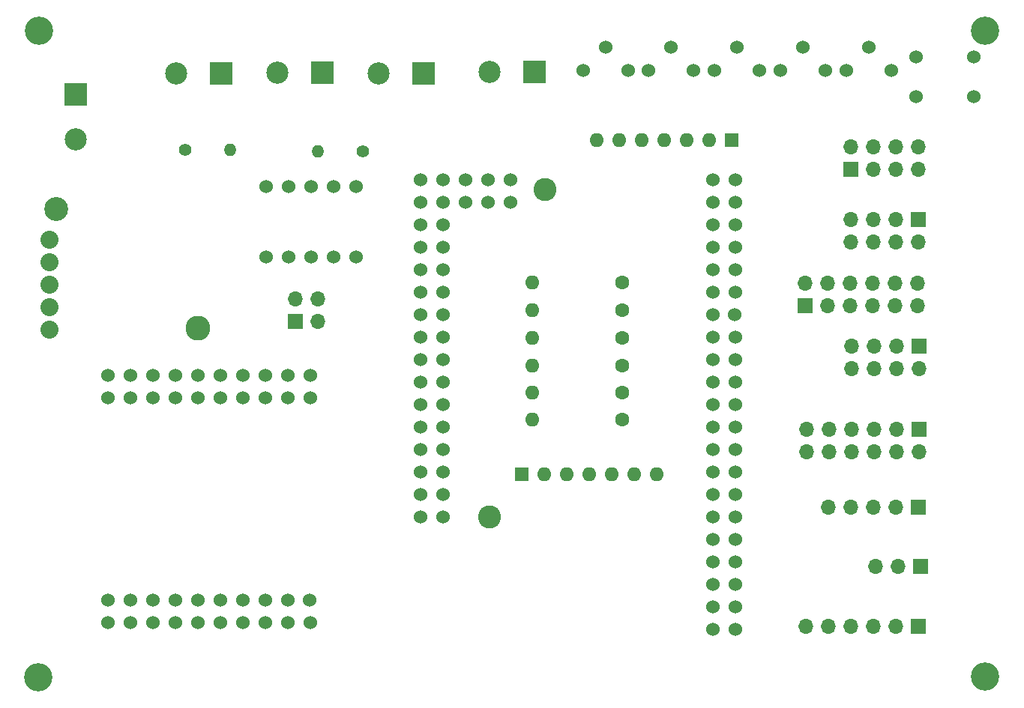
<source format=gbr>
%TF.GenerationSoftware,KiCad,Pcbnew,(6.0.0-0)*%
%TF.CreationDate,2022-03-14T14:24:00-04:00*%
%TF.ProjectId,BODY LED CONTROLLER,424f4459-204c-4454-9420-434f4e54524f,1.0*%
%TF.SameCoordinates,Original*%
%TF.FileFunction,Soldermask,Top*%
%TF.FilePolarity,Negative*%
%FSLAX46Y46*%
G04 Gerber Fmt 4.6, Leading zero omitted, Abs format (unit mm)*
G04 Created by KiCad (PCBNEW (6.0.0-0)) date 2022-03-14 14:24:00*
%MOMM*%
%LPD*%
G01*
G04 APERTURE LIST*
%ADD10R,2.500000X2.500000*%
%ADD11C,2.500000*%
%ADD12R,1.700000X1.700000*%
%ADD13O,1.700000X1.700000*%
%ADD14C,1.600000*%
%ADD15O,1.600000X1.600000*%
%ADD16C,2.039200*%
%ADD17C,2.703200*%
%ADD18C,2.803200*%
%ADD19C,1.524000*%
%ADD20C,3.200000*%
%ADD21R,1.600000X1.600000*%
%ADD22C,1.400000*%
%ADD23O,1.400000X1.400000*%
%ADD24C,2.600000*%
G04 APERTURE END LIST*
D10*
%TO.C,J1*%
X93790000Y-70645000D03*
D11*
X93790000Y-75725000D03*
%TD*%
D10*
%TO.C,J2*%
X110180000Y-68280000D03*
D11*
X105100000Y-68280000D03*
%TD*%
D10*
%TO.C,J3*%
X133045000Y-68280000D03*
D11*
X127965000Y-68280000D03*
%TD*%
D10*
%TO.C,J4*%
X121615000Y-68254000D03*
D11*
X116535000Y-68254000D03*
%TD*%
D12*
%TO.C,J7*%
X188976000Y-117334000D03*
D13*
X186436000Y-117334000D03*
X183896000Y-117334000D03*
X181356000Y-117334000D03*
X178816000Y-117334000D03*
%TD*%
D12*
%TO.C,J8*%
X188976000Y-130810000D03*
D13*
X186436000Y-130810000D03*
X183896000Y-130810000D03*
X181356000Y-130810000D03*
X178816000Y-130810000D03*
X176276000Y-130810000D03*
%TD*%
D14*
%TO.C,R2*%
X155520000Y-104422000D03*
D15*
X145360000Y-104422000D03*
%TD*%
D14*
%TO.C,R3*%
X155520000Y-101344000D03*
D15*
X145360000Y-101344000D03*
%TD*%
D14*
%TO.C,R4*%
X155520000Y-98216000D03*
D15*
X145360000Y-98216000D03*
%TD*%
D14*
%TO.C,R5*%
X155520000Y-95068000D03*
D15*
X145360000Y-95068000D03*
%TD*%
D14*
%TO.C,R6*%
X155520000Y-91970000D03*
D15*
X145360000Y-91970000D03*
%TD*%
D16*
%TO.C,U1*%
X90780000Y-87130000D03*
X90780000Y-92210000D03*
X90780000Y-94750000D03*
D17*
X91610000Y-83600000D03*
D18*
X107610000Y-97100000D03*
D16*
X90780000Y-89670000D03*
X90780000Y-97290000D03*
%TD*%
D19*
%TO.C,U2*%
X105015400Y-130406600D03*
X120205400Y-127866600D03*
X102475400Y-130406600D03*
X117715400Y-127866600D03*
X107555400Y-130406600D03*
X105015400Y-105000600D03*
X112635400Y-105000600D03*
X110095400Y-105000600D03*
X112635400Y-127866600D03*
X115175400Y-127866600D03*
X107555400Y-105000600D03*
X107555400Y-127866600D03*
X115175400Y-105000600D03*
X110095400Y-127866600D03*
X112635400Y-130406600D03*
X110095400Y-102460600D03*
X107555400Y-102460600D03*
X112635400Y-102460600D03*
X115175400Y-102460600D03*
X105015400Y-127866600D03*
X120255400Y-130406600D03*
X120255400Y-102460600D03*
X102475400Y-127866600D03*
X102475400Y-105000600D03*
X99935400Y-127866600D03*
X97395400Y-127866600D03*
X110095400Y-130406600D03*
X99935400Y-130406600D03*
X97395400Y-130406600D03*
X120255400Y-105000600D03*
X117715400Y-105000600D03*
X99935400Y-105000600D03*
X97395400Y-105000600D03*
X117715400Y-102460600D03*
X105015400Y-102460600D03*
X102475400Y-102460600D03*
X99935400Y-102460600D03*
X97395400Y-102460600D03*
X115175400Y-130406600D03*
X117715400Y-130406600D03*
%TD*%
D14*
%TO.C,R1*%
X155520000Y-107470000D03*
D15*
X145360000Y-107470000D03*
%TD*%
D19*
%TO.C,SW1*%
X125476000Y-89091000D03*
X122936000Y-89091000D03*
X120396000Y-89091000D03*
X117856000Y-89091000D03*
X115316000Y-89091000D03*
X115316000Y-81089000D03*
X117856000Y-81089000D03*
X120396000Y-81089000D03*
X122936000Y-81089000D03*
X125476000Y-81089000D03*
%TD*%
%TO.C,RV1*%
X156140000Y-67935000D03*
X153600000Y-65325000D03*
X151060000Y-67935000D03*
%TD*%
%TO.C,RV2*%
X171015000Y-67935000D03*
X168475000Y-65325000D03*
X165935000Y-67935000D03*
%TD*%
%TO.C,RV3*%
X185890000Y-67935000D03*
X183350000Y-65325000D03*
X180810000Y-67935000D03*
%TD*%
%TO.C,RV4*%
X163577500Y-67935000D03*
X161037500Y-65325000D03*
X158497500Y-67935000D03*
%TD*%
%TO.C,RV5*%
X178452500Y-67935000D03*
X175912500Y-65325000D03*
X173372500Y-67935000D03*
%TD*%
D12*
%TO.C,J13*%
X118545000Y-96315000D03*
D13*
X118545000Y-93775000D03*
X121085000Y-96315000D03*
X121085000Y-93775000D03*
%TD*%
D12*
%TO.C,J13*%
X189215000Y-124030000D03*
D13*
X186675000Y-124030000D03*
X184135000Y-124030000D03*
%TD*%
D20*
%TO.C,REF\u002A\u002A*%
X196480000Y-136460000D03*
%TD*%
D21*
%TO.C,RN2*%
X144140000Y-113620000D03*
D15*
X146680000Y-113620000D03*
X149220000Y-113620000D03*
X151760000Y-113620000D03*
X154300000Y-113620000D03*
X156840000Y-113620000D03*
X159380000Y-113620000D03*
%TD*%
D20*
%TO.C,REF\u002A\u002A*%
X89662000Y-63500000D03*
%TD*%
D22*
%TO.C,R7*%
X106172000Y-76962000D03*
D23*
X111252000Y-76962000D03*
%TD*%
D19*
%TO.C,SW3*%
X188690000Y-70950000D03*
X188690000Y-66450000D03*
X195190000Y-70950000D03*
X195190000Y-66450000D03*
%TD*%
D12*
%TO.C,J6*%
X189050000Y-108510000D03*
D13*
X189050000Y-111050000D03*
X186510000Y-108510000D03*
X186510000Y-111050000D03*
X183970000Y-108510000D03*
X183970000Y-111050000D03*
X181430000Y-108510000D03*
X181430000Y-111050000D03*
X178890000Y-108510000D03*
X178890000Y-111050000D03*
X176350000Y-108510000D03*
X176350000Y-111050000D03*
%TD*%
D12*
%TO.C,J11*%
X188970000Y-84810000D03*
D13*
X188970000Y-87350000D03*
X186430000Y-84810000D03*
X186430000Y-87350000D03*
X183890000Y-84810000D03*
X183890000Y-87350000D03*
X181350000Y-84810000D03*
X181350000Y-87350000D03*
%TD*%
D12*
%TO.C,J9*%
X176200000Y-94600000D03*
D13*
X176200000Y-92060000D03*
X178740000Y-94600000D03*
X178740000Y-92060000D03*
X181280000Y-94600000D03*
X181280000Y-92060000D03*
X183820000Y-94600000D03*
X183820000Y-92060000D03*
X186360000Y-94600000D03*
X186360000Y-92060000D03*
X188900000Y-94600000D03*
X188900000Y-92060000D03*
%TD*%
D20*
%TO.C,REF\u002A\u002A*%
X89580000Y-136520000D03*
%TD*%
D22*
%TO.C,R8*%
X126238000Y-77140000D03*
D23*
X121158000Y-77140000D03*
%TD*%
D21*
%TO.C,RN1*%
X167820000Y-75850000D03*
D15*
X165280000Y-75850000D03*
X162740000Y-75850000D03*
X160200000Y-75850000D03*
X157660000Y-75850000D03*
X155120000Y-75850000D03*
X152580000Y-75850000D03*
%TD*%
D12*
%TO.C,J10*%
X181320000Y-79150000D03*
D13*
X181320000Y-76610000D03*
X183860000Y-79150000D03*
X183860000Y-76610000D03*
X186400000Y-79150000D03*
X186400000Y-76610000D03*
X188940000Y-79150000D03*
X188940000Y-76610000D03*
%TD*%
D12*
%TO.C,J5*%
X189040000Y-99130000D03*
D13*
X189040000Y-101670000D03*
X186500000Y-99130000D03*
X186500000Y-101670000D03*
X183960000Y-99130000D03*
X183960000Y-101670000D03*
X181420000Y-99130000D03*
X181420000Y-101670000D03*
%TD*%
D19*
%TO.C,U3*%
X165755000Y-118455000D03*
X168295000Y-118455000D03*
X165755000Y-115915000D03*
X168295000Y-115915000D03*
X165765000Y-113375000D03*
X168295000Y-113375000D03*
X165755000Y-110835000D03*
X168295000Y-110835000D03*
X165755000Y-108295000D03*
X168295000Y-108295000D03*
X165755000Y-105755000D03*
X168295000Y-105755000D03*
X165755000Y-103215000D03*
X168295000Y-103215000D03*
X165755000Y-100675000D03*
X168295000Y-100675000D03*
X165755000Y-98135000D03*
X168295000Y-98135000D03*
X165765000Y-95595000D03*
X168215000Y-95595000D03*
X165765000Y-93055000D03*
X168295000Y-93055000D03*
X165755000Y-90515000D03*
X168295000Y-90515000D03*
X165755000Y-87975000D03*
X168295000Y-87975000D03*
X165755000Y-85435000D03*
X168295000Y-85435000D03*
X165755000Y-82895000D03*
X168295000Y-82895000D03*
X165755000Y-80355000D03*
X168295000Y-80355000D03*
X132735000Y-98135000D03*
X135275000Y-98135000D03*
X132735000Y-95595000D03*
X135275000Y-95595000D03*
X132735000Y-93055000D03*
X135275000Y-93055000D03*
X132735000Y-90515000D03*
X135275000Y-90515000D03*
X132735000Y-87975000D03*
X135275000Y-87975000D03*
X132735000Y-85435000D03*
X135275000Y-85435000D03*
X132735000Y-82895000D03*
X135275000Y-82895000D03*
X132735000Y-80355000D03*
X135275000Y-80355000D03*
X137825000Y-80355000D03*
X137815000Y-82895000D03*
X140355000Y-80355000D03*
X140355000Y-82895000D03*
X142895000Y-80355000D03*
X142895000Y-82895000D03*
X168295000Y-128615000D03*
X165755000Y-128615000D03*
X165755000Y-131155000D03*
X168295000Y-131155000D03*
X165755000Y-126075000D03*
X168295000Y-126075000D03*
X168295000Y-123535000D03*
X165755000Y-123535000D03*
D24*
X146805000Y-81425000D03*
X140515000Y-118455000D03*
D19*
X165755000Y-120995000D03*
X168295000Y-120995000D03*
X132735000Y-118455000D03*
X135275000Y-118455000D03*
X132735000Y-115915000D03*
X135275000Y-115915000D03*
X132735000Y-113375000D03*
X135275000Y-113375000D03*
X132735000Y-110835000D03*
X135275000Y-110835000D03*
X132735000Y-108295000D03*
X135275000Y-108295000D03*
X132735000Y-105755000D03*
X135275000Y-105755000D03*
X132735000Y-103215000D03*
X135275000Y-103215000D03*
X132735000Y-100675000D03*
X135275000Y-100675000D03*
%TD*%
D20*
%TO.C,REF\u002A\u002A*%
X196510000Y-63490000D03*
%TD*%
D10*
%TO.C,J12*%
X145625000Y-68170000D03*
D11*
X140545000Y-68170000D03*
%TD*%
M02*

</source>
